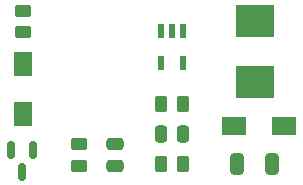
<source format=gbr>
%TF.GenerationSoftware,KiCad,Pcbnew,9.0.2*%
%TF.CreationDate,2025-06-14T21:55:15+08:00*%
%TF.ProjectId,Tiny Solar Supply,54696e79-2053-46f6-9c61-722053757070,rev?*%
%TF.SameCoordinates,Original*%
%TF.FileFunction,Paste,Top*%
%TF.FilePolarity,Positive*%
%FSLAX46Y46*%
G04 Gerber Fmt 4.6, Leading zero omitted, Abs format (unit mm)*
G04 Created by KiCad (PCBNEW 9.0.2) date 2025-06-14 21:55:15*
%MOMM*%
%LPD*%
G01*
G04 APERTURE LIST*
G04 Aperture macros list*
%AMRoundRect*
0 Rectangle with rounded corners*
0 $1 Rounding radius*
0 $2 $3 $4 $5 $6 $7 $8 $9 X,Y pos of 4 corners*
0 Add a 4 corners polygon primitive as box body*
4,1,4,$2,$3,$4,$5,$6,$7,$8,$9,$2,$3,0*
0 Add four circle primitives for the rounded corners*
1,1,$1+$1,$2,$3*
1,1,$1+$1,$4,$5*
1,1,$1+$1,$6,$7*
1,1,$1+$1,$8,$9*
0 Add four rect primitives between the rounded corners*
20,1,$1+$1,$2,$3,$4,$5,0*
20,1,$1+$1,$4,$5,$6,$7,0*
20,1,$1+$1,$6,$7,$8,$9,0*
20,1,$1+$1,$8,$9,$2,$3,0*%
G04 Aperture macros list end*
%ADD10RoundRect,0.250000X0.262500X0.450000X-0.262500X0.450000X-0.262500X-0.450000X0.262500X-0.450000X0*%
%ADD11R,1.500000X2.120000*%
%ADD12RoundRect,0.250000X-0.262500X-0.450000X0.262500X-0.450000X0.262500X0.450000X-0.262500X0.450000X0*%
%ADD13RoundRect,0.250000X-0.450000X0.262500X-0.450000X-0.262500X0.450000X-0.262500X0.450000X0.262500X0*%
%ADD14RoundRect,0.250000X0.250000X0.475000X-0.250000X0.475000X-0.250000X-0.475000X0.250000X-0.475000X0*%
%ADD15R,0.558800X1.181100*%
%ADD16RoundRect,0.150000X-0.150000X0.587500X-0.150000X-0.587500X0.150000X-0.587500X0.150000X0.587500X0*%
%ADD17R,3.302000X2.667000*%
%ADD18RoundRect,0.250000X0.325000X0.650000X-0.325000X0.650000X-0.325000X-0.650000X0.325000X-0.650000X0*%
%ADD19RoundRect,0.250000X0.450000X-0.262500X0.450000X0.262500X-0.450000X0.262500X-0.450000X-0.262500X0*%
%ADD20RoundRect,0.250000X-0.475000X0.250000X-0.475000X-0.250000X0.475000X-0.250000X0.475000X0.250000X0*%
%ADD21R,2.120000X1.500000*%
G04 APERTURE END LIST*
D10*
%TO.C,R1*%
X96162500Y-95250000D03*
X94337500Y-95250000D03*
%TD*%
D11*
%TO.C,D2*%
X82637500Y-96095000D03*
X82637500Y-91865000D03*
%TD*%
D12*
%TO.C,R2*%
X96162500Y-100330000D03*
X94337500Y-100330000D03*
%TD*%
D13*
%TO.C,R3*%
X87376000Y-100480500D03*
X87376000Y-98655500D03*
%TD*%
D14*
%TO.C,C3*%
X94300000Y-97790000D03*
X96200000Y-97790000D03*
%TD*%
D15*
%TO.C,U1*%
X96200001Y-91789250D03*
X94299999Y-91789250D03*
X94299999Y-89058750D03*
X95250000Y-89058750D03*
X96200001Y-89058750D03*
%TD*%
D16*
%TO.C,Q1*%
X82550000Y-101013500D03*
X81600000Y-99138500D03*
X83500000Y-99138500D03*
%TD*%
D17*
%TO.C,L1*%
X102235000Y-93370400D03*
X102235000Y-88239600D03*
%TD*%
D18*
%TO.C,C2*%
X100760000Y-100330000D03*
X103710000Y-100330000D03*
%TD*%
D19*
%TO.C,R4*%
X82637500Y-87352500D03*
X82637500Y-89177500D03*
%TD*%
D20*
%TO.C,C1*%
X90424000Y-100518000D03*
X90424000Y-98618000D03*
%TD*%
D21*
%TO.C,D1*%
X100495000Y-97155000D03*
X104725000Y-97155000D03*
%TD*%
M02*

</source>
